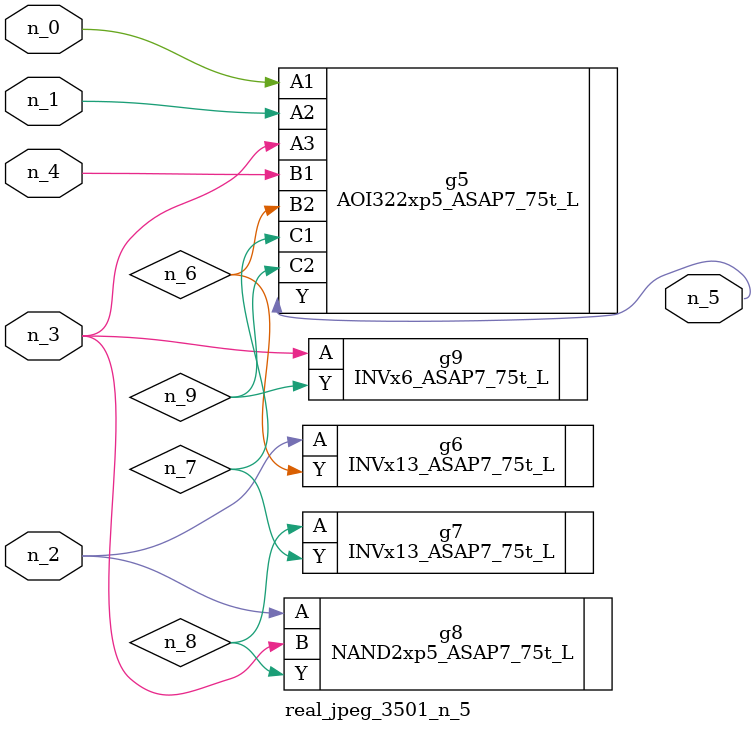
<source format=v>
module real_jpeg_3501_n_5 (n_4, n_0, n_1, n_2, n_3, n_5);

input n_4;
input n_0;
input n_1;
input n_2;
input n_3;

output n_5;

wire n_8;
wire n_6;
wire n_7;
wire n_9;

AOI322xp5_ASAP7_75t_L g5 ( 
.A1(n_0),
.A2(n_1),
.A3(n_3),
.B1(n_4),
.B2(n_6),
.C1(n_7),
.C2(n_9),
.Y(n_5)
);

INVx13_ASAP7_75t_L g6 ( 
.A(n_2),
.Y(n_6)
);

NAND2xp5_ASAP7_75t_L g8 ( 
.A(n_2),
.B(n_3),
.Y(n_8)
);

INVx6_ASAP7_75t_L g9 ( 
.A(n_3),
.Y(n_9)
);

INVx13_ASAP7_75t_L g7 ( 
.A(n_8),
.Y(n_7)
);


endmodule
</source>
